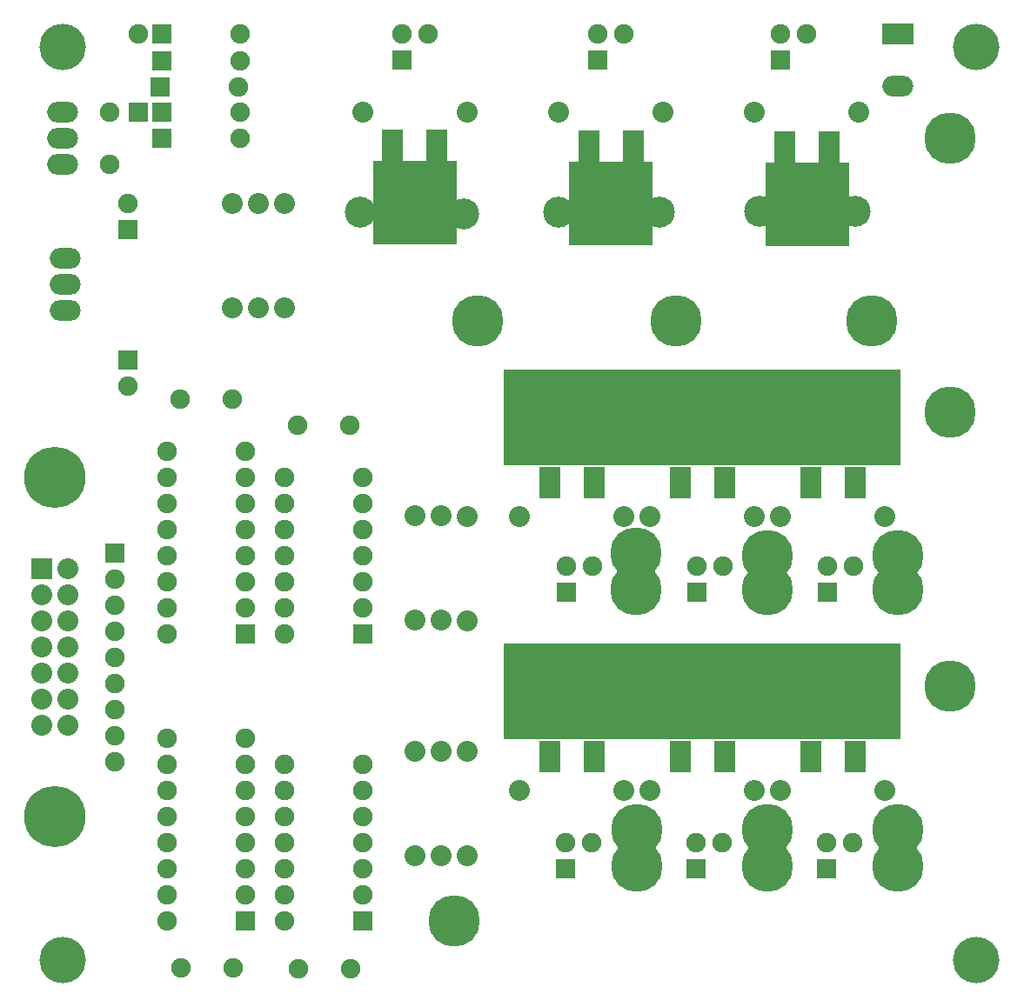
<source format=gts>
%FSLAX34Y34*%
G04 Gerber Fmt 3.4, Leading zero omitted, Abs format*
G04 (created by PCBNEW (2013-12-09 BZR 4542)-product) date Wed 22 Jan 2014 23:18:31 CST*
%MOIN*%
G01*
G70*
G90*
G04 APERTURE LIST*
%ADD10C,0.005906*%
%ADD11R,0.075000X0.075000*%
%ADD12C,0.075000*%
%ADD13C,0.080000*%
%ADD14C,0.197200*%
%ADD15R,0.118400X0.079100*%
%ADD16O,0.118400X0.079100*%
%ADD17C,0.177500*%
%ADD18C,0.118400*%
%ADD19R,0.080000X0.120000*%
%ADD20R,0.520000X0.370000*%
%ADD21C,0.235000*%
%ADD22R,0.080000X0.080000*%
%ADD23R,0.320000X0.320000*%
G04 APERTURE END LIST*
G54D10*
G54D11*
X31300Y-32900D03*
G54D12*
X31300Y-31900D03*
X32300Y-31900D03*
G54D11*
X36300Y-32900D03*
G54D12*
X36300Y-31900D03*
X37300Y-31900D03*
G54D11*
X41300Y-32900D03*
G54D12*
X41300Y-31900D03*
X42300Y-31900D03*
G54D11*
X41250Y-43500D03*
G54D12*
X41250Y-42500D03*
X42250Y-42500D03*
G54D11*
X36250Y-43500D03*
G54D12*
X36250Y-42500D03*
X37250Y-42500D03*
G54D11*
X31250Y-43500D03*
G54D12*
X31250Y-42500D03*
X32250Y-42500D03*
G54D11*
X39500Y-12500D03*
G54D12*
X39500Y-11500D03*
X40500Y-11500D03*
G54D11*
X32500Y-12500D03*
G54D12*
X32500Y-11500D03*
X33500Y-11500D03*
G54D11*
X25000Y-12500D03*
G54D12*
X25000Y-11500D03*
X26000Y-11500D03*
G54D13*
X33500Y-30000D03*
X29500Y-30000D03*
X19500Y-22000D03*
X19500Y-18000D03*
X20500Y-22000D03*
X20500Y-18000D03*
X25500Y-39000D03*
X25500Y-43000D03*
X26500Y-39000D03*
X26500Y-43000D03*
X27500Y-39000D03*
X27500Y-43000D03*
X25500Y-33975D03*
X25500Y-29975D03*
X26500Y-33975D03*
X26500Y-29975D03*
X27500Y-34000D03*
X27500Y-30000D03*
X18500Y-22000D03*
X18500Y-18000D03*
X33500Y-40500D03*
X29500Y-40500D03*
X23500Y-14500D03*
X27500Y-14500D03*
X38500Y-40500D03*
X34500Y-40500D03*
X31000Y-14500D03*
X35000Y-14500D03*
X38500Y-30000D03*
X34500Y-30000D03*
X43500Y-40500D03*
X39500Y-40500D03*
X38500Y-14500D03*
X42500Y-14500D03*
X43500Y-30000D03*
X39500Y-30000D03*
G54D11*
X19000Y-45500D03*
G54D12*
X19000Y-44500D03*
X19000Y-43500D03*
X19000Y-42500D03*
X19000Y-41500D03*
X19000Y-40500D03*
X19000Y-39500D03*
X19000Y-38500D03*
X16000Y-38500D03*
X16000Y-39500D03*
X16000Y-40500D03*
X16000Y-41500D03*
X16000Y-42500D03*
X16000Y-43500D03*
X16000Y-44500D03*
X16000Y-45500D03*
G54D11*
X19000Y-34500D03*
G54D12*
X19000Y-33500D03*
X19000Y-32500D03*
X19000Y-31500D03*
X19000Y-30500D03*
X19000Y-29500D03*
X19000Y-28500D03*
X19000Y-27500D03*
X16000Y-27500D03*
X16000Y-28500D03*
X16000Y-29500D03*
X16000Y-30500D03*
X16000Y-31500D03*
X16000Y-32500D03*
X16000Y-33500D03*
X16000Y-34500D03*
G54D11*
X23500Y-34500D03*
G54D12*
X23500Y-33500D03*
X23500Y-32500D03*
X23500Y-31500D03*
X23500Y-30500D03*
X23500Y-29500D03*
X23500Y-28500D03*
X20500Y-28500D03*
X20500Y-29500D03*
X20500Y-30500D03*
X20500Y-31500D03*
X20500Y-32500D03*
X20500Y-33500D03*
X20500Y-34500D03*
G54D11*
X23500Y-45500D03*
G54D12*
X23500Y-44500D03*
X23500Y-43500D03*
X23500Y-42500D03*
X23500Y-41500D03*
X23500Y-40500D03*
X23500Y-39500D03*
X20500Y-39500D03*
X20500Y-40500D03*
X20500Y-41500D03*
X20500Y-42500D03*
X20500Y-43500D03*
X20500Y-44500D03*
X20500Y-45500D03*
G54D11*
X15740Y-13530D03*
G54D12*
X18740Y-13530D03*
G54D11*
X15780Y-12540D03*
G54D12*
X18780Y-12540D03*
G54D11*
X15800Y-11500D03*
G54D12*
X18800Y-11500D03*
G54D11*
X14900Y-14500D03*
G54D12*
X14900Y-11500D03*
G54D11*
X15800Y-14500D03*
G54D12*
X18800Y-14500D03*
G54D11*
X15800Y-15500D03*
G54D12*
X18800Y-15500D03*
X21000Y-26500D03*
X23000Y-26500D03*
X21010Y-47330D03*
X23010Y-47330D03*
X16540Y-47310D03*
X18540Y-47310D03*
X13800Y-14500D03*
X13800Y-16500D03*
X16500Y-25500D03*
X18500Y-25500D03*
G54D11*
X14500Y-19000D03*
G54D12*
X14500Y-18000D03*
G54D11*
X14500Y-24000D03*
G54D12*
X14500Y-25000D03*
G54D14*
X27900Y-22500D03*
X33950Y-31400D03*
X33950Y-32800D03*
X34000Y-42000D03*
X35500Y-22500D03*
X39000Y-31500D03*
X39000Y-32800D03*
X39000Y-42000D03*
X43000Y-22500D03*
X44000Y-31500D03*
X44000Y-32800D03*
X44000Y-42000D03*
X44000Y-43400D03*
X39000Y-43400D03*
X34000Y-43400D03*
X46000Y-26000D03*
X46000Y-36500D03*
X46000Y-15500D03*
G54D15*
X44000Y-11500D03*
G54D16*
X44000Y-13500D03*
G54D17*
X12000Y-12000D03*
X12000Y-47000D03*
X47000Y-12000D03*
X47000Y-47000D03*
G54D18*
X23400Y-18350D03*
X27350Y-18400D03*
X31000Y-18350D03*
X34850Y-18350D03*
X38700Y-18300D03*
X42350Y-18300D03*
X43500Y-26500D03*
X39000Y-26500D03*
X34000Y-26500D03*
X29500Y-26500D03*
X29500Y-37000D03*
X34000Y-37000D03*
X39000Y-37000D03*
X43500Y-37000D03*
G54D16*
X12000Y-15500D03*
X12000Y-14500D03*
X12000Y-16500D03*
G54D11*
X14000Y-31400D03*
G54D12*
X14000Y-32400D03*
X14000Y-33400D03*
X14000Y-34400D03*
X14000Y-35400D03*
X14000Y-36400D03*
X14000Y-37400D03*
X14000Y-38400D03*
X14000Y-39400D03*
G54D14*
X27000Y-45500D03*
G54D19*
X35650Y-28700D03*
X37350Y-28700D03*
G54D20*
X36500Y-26200D03*
X36500Y-26200D03*
G54D19*
X40650Y-28700D03*
X42350Y-28700D03*
G54D20*
X41500Y-26200D03*
X41500Y-26200D03*
G54D19*
X30650Y-39200D03*
X32350Y-39200D03*
G54D20*
X31500Y-36700D03*
X31500Y-36700D03*
G54D19*
X35650Y-39200D03*
X37350Y-39200D03*
G54D20*
X36500Y-36700D03*
X36500Y-36700D03*
G54D19*
X40650Y-39200D03*
X42350Y-39200D03*
G54D20*
X41500Y-36700D03*
X41500Y-36700D03*
G54D19*
X30650Y-28700D03*
X32350Y-28700D03*
G54D20*
X31500Y-26200D03*
X31500Y-26200D03*
G54D21*
X11700Y-28500D03*
X11700Y-41500D03*
G54D22*
X11200Y-32000D03*
G54D13*
X12200Y-32000D03*
X11200Y-33000D03*
X12200Y-33000D03*
X11200Y-34000D03*
X12200Y-34000D03*
X11200Y-35000D03*
X12200Y-35000D03*
X11200Y-36000D03*
X12200Y-36000D03*
X11200Y-37000D03*
X12200Y-37000D03*
X11200Y-38000D03*
X12200Y-38000D03*
G54D16*
X12100Y-21100D03*
X12100Y-20100D03*
X12100Y-22100D03*
G54D19*
X26330Y-15780D03*
X24630Y-15780D03*
G54D23*
X25480Y-17980D03*
G54D19*
X33850Y-15810D03*
X32150Y-15810D03*
G54D23*
X33000Y-18010D03*
G54D19*
X41370Y-15830D03*
X39670Y-15830D03*
G54D23*
X40520Y-18030D03*
M02*

</source>
